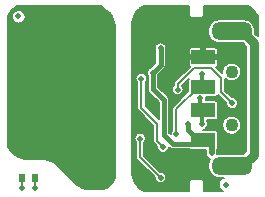
<source format=gbl>
G04 #@! TF.GenerationSoftware,KiCad,Pcbnew,(5.0.1)-4*
G04 #@! TF.CreationDate,2019-01-04T14:17:08+01:00*
G04 #@! TF.ProjectId,nk-u2f,6E6B2D7532662E6B696361645F706362,R8*
G04 #@! TF.SameCoordinates,PX6e8e008PY57c9250*
G04 #@! TF.FileFunction,Copper,L2,Bot,Signal*
G04 #@! TF.FilePolarity,Positive*
%FSLAX46Y46*%
G04 Gerber Fmt 4.6, Leading zero omitted, Abs format (unit mm)*
G04 Created by KiCad (PCBNEW (5.0.1)-4) date 04.01.2019 14:17:08*
%MOMM*%
%LPD*%
G01*
G04 APERTURE LIST*
G04 #@! TA.AperFunction,Conductor*
%ADD10O,8.000000X8.000000*%
G04 #@! TD*
G04 #@! TA.AperFunction,BGAPad,CuDef*
%ADD11C,0.500000*%
G04 #@! TD*
G04 #@! TA.AperFunction,ComponentPad*
%ADD12C,1.099820*%
G04 #@! TD*
G04 #@! TA.AperFunction,SMDPad,CuDef*
%ADD13R,1.998980X1.198880*%
G04 #@! TD*
G04 #@! TA.AperFunction,ComponentPad*
%ADD14O,3.500120X1.501140*%
G04 #@! TD*
G04 #@! TA.AperFunction,SMDPad,CuDef*
%ADD15R,0.600000X0.700000*%
G04 #@! TD*
G04 #@! TA.AperFunction,ViaPad*
%ADD16C,0.500000*%
G04 #@! TD*
G04 #@! TA.AperFunction,Conductor*
%ADD17C,0.150000*%
G04 #@! TD*
G04 #@! TA.AperFunction,Conductor*
%ADD18C,0.500000*%
G04 #@! TD*
G04 #@! TA.AperFunction,Conductor*
%ADD19C,0.400000*%
G04 #@! TD*
G04 #@! TA.AperFunction,Conductor*
%ADD20C,0.200000*%
G04 #@! TD*
G04 #@! TA.AperFunction,Conductor*
%ADD21C,0.300000*%
G04 #@! TD*
G04 #@! TA.AperFunction,Conductor*
%ADD22C,0.800000*%
G04 #@! TD*
G04 #@! TA.AperFunction,Conductor*
%ADD23C,0.254000*%
G04 #@! TD*
G04 APERTURE END LIST*
D10*
G04 #@! TO.N,Net-(P1-Pad1)*
G04 #@! TO.C,P1*
X4050000Y-8140000D03*
G04 #@! TD*
D11*
G04 #@! TO.P,REF\002A\002A,~*
G04 #@! TO.N,N/C*
X17575000Y-14250000D03*
G04 #@! TD*
G04 #@! TO.P,REF\002A\002A,~*
G04 #@! TO.N,N/C*
X0Y0D03*
G04 #@! TD*
D12*
G04 #@! TO.P,J1,8*
G04 #@! TO.N,N/C*
X18074600Y-4712050D03*
G04 #@! TO.P,J1,7*
X18074600Y-9212930D03*
D13*
G04 #@! TO.P,J1,4*
G04 #@! TO.N,/GND*
X15674020Y-3462370D03*
G04 #@! TO.P,J1,1*
G04 #@! TO.N,/+5V*
X15674020Y-10462610D03*
G04 #@! TO.P,J1,3*
G04 #@! TO.N,/HD+*
X15674020Y-5946490D03*
G04 #@! TO.P,J1,2*
G04 #@! TO.N,/HD-*
X15674020Y-7963250D03*
D14*
G04 #@! TO.P,J1,6*
G04 #@! TO.N,Net-(C5-Pad1)*
X18074600Y-12662250D03*
G04 #@! TO.P,J1,5*
X18074600Y-1262730D03*
G04 #@! TD*
D15*
G04 #@! TO.P,D1,2*
G04 #@! TO.N,Net-(D1-Pad2)*
X1441600Y-13690300D03*
G04 #@! TO.P,D1,1*
G04 #@! TO.N,/LED*
X341600Y-13690300D03*
G04 #@! TD*
D16*
G04 #@! TO.N,/+5V*
X11404200Y-4800000D03*
X16375000Y-11600000D03*
X12054200Y-2700000D03*
X14404200Y-9100000D03*
G04 #@! TO.N,/C2D*
X13504200Y-6200000D03*
X18104192Y-7350000D03*
G04 #@! TO.N,/HD+*
X15575000Y-4900010D03*
X13404200Y-10000000D03*
G04 #@! TO.N,/HD-*
X15410210Y-6950000D03*
X15554214Y-9124998D03*
G04 #@! TO.N,/Button*
X12054182Y-13650000D03*
X10340000Y-10349996D03*
G04 #@! TO.N,Net-(P1-Pad1)*
X7550000Y-11700000D03*
G04 #@! TO.N,Net-(D1-Pad2)*
X1441600Y-14500000D03*
G04 #@! TO.N,/LED*
X341600Y-14500000D03*
G04 #@! TO.N,/GND*
X16854200Y-2500000D03*
X11200000Y-10200000D03*
X14091760Y-4049988D03*
X11654200Y100000D03*
X15054200Y-500000D03*
X12104200Y-5300000D03*
X17054200Y-9600000D03*
X14204200Y-6200000D03*
X9884200Y-5840000D03*
X12010000Y-12700000D03*
X15200000Y-12950000D03*
G04 #@! TO.N,/Button_reset*
X10434200Y-5280000D03*
X12254218Y-11050022D03*
G04 #@! TD*
D17*
G04 #@! TO.N,/+5V*
X16454200Y-11600000D02*
X16454200Y-11600000D01*
X15674020Y-10462610D02*
X16216810Y-10462610D01*
X16216810Y-10462610D02*
X16454200Y-10700000D01*
X16116810Y-10462610D02*
X15674020Y-10462610D01*
D18*
X16375000Y-11600000D02*
X16375000Y-10720800D01*
D17*
X16375000Y-10720800D02*
X16116810Y-10462610D01*
D19*
X12054200Y-2700000D02*
X12054200Y-4050000D01*
X12054200Y-4150000D02*
X11404200Y-4800000D01*
D17*
X12054200Y-4050000D02*
X12054200Y-4150000D01*
D19*
X14404200Y-9100000D02*
X14404200Y-9600000D01*
D17*
X15273970Y-10462610D02*
X15674020Y-10462610D01*
D19*
X14411360Y-9600000D02*
X15273970Y-10462610D01*
D17*
X14404200Y-9600000D02*
X14411360Y-9600000D01*
D19*
X15304200Y-10800000D02*
X13117385Y-10800000D01*
D17*
X15674020Y-10462610D02*
X15641590Y-10462610D01*
X15641590Y-10462610D02*
X15304200Y-10800000D01*
X13117385Y-10800000D02*
X13104200Y-10800000D01*
D19*
X11404200Y-6150000D02*
X11404200Y-4800000D01*
X12354200Y-7100000D02*
X11404200Y-6150000D01*
X12354200Y-10054200D02*
X12354200Y-7100000D01*
X13104200Y-10800000D02*
X13100000Y-10800000D01*
X13100000Y-10800000D02*
X12354200Y-10054200D01*
D20*
G04 #@! TO.N,/C2D*
X17204200Y-6450008D02*
X18104192Y-7350000D01*
X17204200Y-5250000D02*
X17204200Y-6450008D01*
X16354200Y-4400000D02*
X17204200Y-5250000D01*
X14854200Y-4400000D02*
X16354200Y-4400000D01*
X13504200Y-6200000D02*
X13504200Y-5750000D01*
X13504200Y-5750000D02*
X14854200Y-4400000D01*
D17*
G04 #@! TO.N,/HD+*
X15500000Y-5772470D02*
X15674020Y-5946490D01*
X15554360Y-5826830D02*
X15674020Y-5946490D01*
D21*
X15754200Y-5626990D02*
X15554360Y-5826830D01*
D17*
X15575000Y-5847470D02*
X15674020Y-5946490D01*
D21*
X15575000Y-5847470D02*
X15575000Y-4900010D01*
D20*
X13404200Y-9646447D02*
X13404200Y-10000000D01*
X13404200Y-7816260D02*
X13404200Y-9646447D01*
X15273970Y-5946490D02*
X13404200Y-7816260D01*
D17*
X15674020Y-5946490D02*
X15273970Y-5946490D01*
D21*
G04 #@! TO.N,/HD-*
X15500000Y-7789230D02*
X15674020Y-7963250D01*
D17*
X15810002Y-8099232D02*
X15674020Y-7963250D01*
X15410210Y-6950000D02*
X15410210Y-6950000D01*
D21*
X15410210Y-7699440D02*
X15410210Y-6950000D01*
X15674020Y-7963250D02*
X15410210Y-7699440D01*
X15554214Y-9124998D02*
X15554214Y-7963250D01*
D20*
G04 #@! TO.N,/Button*
X10340000Y-10703549D02*
X10340000Y-10349996D01*
X12054182Y-13650000D02*
X10340000Y-11935818D01*
X10340000Y-11935818D02*
X10340000Y-10703549D01*
G04 #@! TO.N,Net-(D1-Pad2)*
X1441600Y-13690300D02*
X1441600Y-14500000D01*
G04 #@! TO.N,/LED*
X341600Y-13690300D02*
X341600Y-14500000D01*
D17*
X341600Y-14500000D02*
X341600Y-14500000D01*
G04 #@! TO.N,/GND*
X15674020Y-3462370D02*
X15891830Y-3462370D01*
D20*
G04 #@! TO.N,/Button_reset*
X10434200Y-5633553D02*
X10434200Y-5280000D01*
X10434200Y-7740000D02*
X10434200Y-5633553D01*
X11794200Y-9100000D02*
X10434200Y-7740000D01*
X12254218Y-11050022D02*
X11794200Y-10590004D01*
X11794200Y-10590004D02*
X11794200Y-9100000D01*
D17*
G04 #@! TO.N,Net-(C5-Pad1)*
X18991950Y-12662250D02*
X18074600Y-12662250D01*
D22*
X19954200Y-11700000D02*
X18991950Y-12662250D01*
X19954200Y-2300000D02*
X19954200Y-11700000D01*
D17*
X18074600Y-1262730D02*
X18916930Y-1262730D01*
D22*
X18916930Y-1262730D02*
X19954200Y-2300000D01*
G04 #@! TD*
D20*
G04 #@! TO.N,/GND*
G36*
X14425470Y164713D02*
X14424021Y150000D01*
X14429804Y91282D01*
X14446932Y34820D01*
X14474745Y-17215D01*
X14512176Y-62824D01*
X14557785Y-100255D01*
X14609820Y-128068D01*
X14666282Y-145196D01*
X14725000Y-150979D01*
X14739712Y-149530D01*
X15410288Y-149530D01*
X15425000Y-150979D01*
X15439712Y-149530D01*
X15483718Y-145196D01*
X15540180Y-128068D01*
X15592215Y-100255D01*
X15637824Y-62824D01*
X15675255Y-17215D01*
X15703068Y34820D01*
X15720196Y91282D01*
X15725979Y150000D01*
X15724530Y164712D01*
X15724530Y875470D01*
X19408332Y875470D01*
X19591248Y775932D01*
X19808871Y613409D01*
X20001097Y421508D01*
X20163986Y204164D01*
X20275071Y851D01*
X20275071Y-1701632D01*
X20053696Y-1480257D01*
X20060182Y-1458876D01*
X20079501Y-1262730D01*
X20060182Y-1066584D01*
X20002969Y-877976D01*
X19910059Y-704154D01*
X19785023Y-551797D01*
X19632666Y-426761D01*
X19458844Y-333851D01*
X19270236Y-276638D01*
X19123241Y-262160D01*
X17025959Y-262160D01*
X16878964Y-276638D01*
X16690356Y-333851D01*
X16516534Y-426761D01*
X16364177Y-551797D01*
X16239141Y-704154D01*
X16146231Y-877976D01*
X16089018Y-1066584D01*
X16069699Y-1262730D01*
X16089018Y-1458876D01*
X16146231Y-1647484D01*
X16239141Y-1821306D01*
X16364177Y-1973663D01*
X16516534Y-2098699D01*
X16690356Y-2191609D01*
X16878964Y-2248822D01*
X17025959Y-2263300D01*
X18998261Y-2263300D01*
X19304200Y-2569239D01*
X19304201Y-11430760D01*
X19073281Y-11661680D01*
X17025959Y-11661680D01*
X16878964Y-11676158D01*
X16869639Y-11678987D01*
X16870184Y-11673458D01*
X16875000Y-11649246D01*
X16875000Y-11210610D01*
X16882383Y-11201614D01*
X16905597Y-11158184D01*
X16919892Y-11111058D01*
X16924719Y-11062050D01*
X16924719Y-9863170D01*
X16919892Y-9814162D01*
X16905597Y-9767036D01*
X16882383Y-9723606D01*
X16851142Y-9685538D01*
X16813074Y-9654297D01*
X16769644Y-9631083D01*
X16722518Y-9616788D01*
X16673510Y-9611961D01*
X15669001Y-9611961D01*
X15700059Y-9605783D01*
X15791053Y-9568092D01*
X15872945Y-9513373D01*
X15942589Y-9443729D01*
X15997308Y-9361837D01*
X16034999Y-9270843D01*
X16054214Y-9174244D01*
X16054214Y-9134146D01*
X17274690Y-9134146D01*
X17274690Y-9291714D01*
X17305430Y-9446255D01*
X17365729Y-9591829D01*
X17453270Y-9722843D01*
X17564687Y-9834260D01*
X17695701Y-9921801D01*
X17841275Y-9982100D01*
X17995816Y-10012840D01*
X18153384Y-10012840D01*
X18307925Y-9982100D01*
X18453499Y-9921801D01*
X18584513Y-9834260D01*
X18695930Y-9722843D01*
X18783471Y-9591829D01*
X18843770Y-9446255D01*
X18874510Y-9291714D01*
X18874510Y-9134146D01*
X18843770Y-8979605D01*
X18783471Y-8834031D01*
X18695930Y-8703017D01*
X18584513Y-8591600D01*
X18453499Y-8504059D01*
X18307925Y-8443760D01*
X18153384Y-8413020D01*
X17995816Y-8413020D01*
X17841275Y-8443760D01*
X17695701Y-8504059D01*
X17564687Y-8591600D01*
X17453270Y-8703017D01*
X17365729Y-8834031D01*
X17305430Y-8979605D01*
X17274690Y-9134146D01*
X16054214Y-9134146D01*
X16054214Y-9075752D01*
X16034999Y-8979153D01*
X15997308Y-8888159D01*
X15954214Y-8823665D01*
X15954214Y-8813899D01*
X16673510Y-8813899D01*
X16722518Y-8809072D01*
X16769644Y-8794777D01*
X16813074Y-8771563D01*
X16851142Y-8740322D01*
X16882383Y-8702254D01*
X16905597Y-8658824D01*
X16919892Y-8611698D01*
X16924719Y-8562690D01*
X16924719Y-7363810D01*
X16919892Y-7314802D01*
X16905597Y-7267676D01*
X16882383Y-7224246D01*
X16851142Y-7186178D01*
X16813074Y-7154937D01*
X16769644Y-7131723D01*
X16722518Y-7117428D01*
X16673510Y-7112601D01*
X15884054Y-7112601D01*
X15890995Y-7095845D01*
X15910210Y-6999246D01*
X15910210Y-6900754D01*
X15890995Y-6804155D01*
X15888089Y-6797139D01*
X16673510Y-6797139D01*
X16722518Y-6792312D01*
X16769644Y-6778017D01*
X16813074Y-6754803D01*
X16851142Y-6723562D01*
X16882383Y-6685494D01*
X16905597Y-6642064D01*
X16907190Y-6636813D01*
X16911779Y-6645398D01*
X16955516Y-6698693D01*
X16968876Y-6709657D01*
X17604192Y-7344974D01*
X17604192Y-7399246D01*
X17623407Y-7495845D01*
X17661098Y-7586839D01*
X17715817Y-7668731D01*
X17785461Y-7738375D01*
X17867353Y-7793094D01*
X17958347Y-7830785D01*
X18054946Y-7850000D01*
X18153438Y-7850000D01*
X18250037Y-7830785D01*
X18341031Y-7793094D01*
X18422923Y-7738375D01*
X18492567Y-7668731D01*
X18547286Y-7586839D01*
X18584977Y-7495845D01*
X18604192Y-7399246D01*
X18604192Y-7300754D01*
X18584977Y-7204155D01*
X18547286Y-7113161D01*
X18492567Y-7031269D01*
X18422923Y-6961625D01*
X18341031Y-6906906D01*
X18250037Y-6869215D01*
X18153438Y-6850000D01*
X18099166Y-6850000D01*
X17554200Y-6305035D01*
X17554200Y-5322893D01*
X17564687Y-5333380D01*
X17695701Y-5420921D01*
X17841275Y-5481220D01*
X17995816Y-5511960D01*
X18153384Y-5511960D01*
X18307925Y-5481220D01*
X18453499Y-5420921D01*
X18584513Y-5333380D01*
X18695930Y-5221963D01*
X18783471Y-5090949D01*
X18843770Y-4945375D01*
X18874510Y-4790834D01*
X18874510Y-4633266D01*
X18843770Y-4478725D01*
X18783471Y-4333151D01*
X18695930Y-4202137D01*
X18584513Y-4090720D01*
X18453499Y-4003179D01*
X18307925Y-3942880D01*
X18153384Y-3912140D01*
X17995816Y-3912140D01*
X17841275Y-3942880D01*
X17695701Y-4003179D01*
X17564687Y-4090720D01*
X17453270Y-4202137D01*
X17365729Y-4333151D01*
X17305430Y-4478725D01*
X17274690Y-4633266D01*
X17274690Y-4790834D01*
X17283301Y-4834127D01*
X16749928Y-4300755D01*
X16791930Y-4283357D01*
X16832876Y-4255998D01*
X16867698Y-4221176D01*
X16895057Y-4180229D01*
X16913903Y-4134732D01*
X16923510Y-4086433D01*
X16923510Y-3674870D01*
X16861010Y-3612370D01*
X15824020Y-3612370D01*
X15824020Y-3632370D01*
X15524020Y-3632370D01*
X15524020Y-3612370D01*
X14487030Y-3612370D01*
X14424530Y-3674870D01*
X14424530Y-4086433D01*
X14434137Y-4134732D01*
X14452983Y-4180229D01*
X14480342Y-4221176D01*
X14509196Y-4250030D01*
X13268876Y-5490351D01*
X13255516Y-5501315D01*
X13211779Y-5554610D01*
X13190299Y-5594797D01*
X13179279Y-5615413D01*
X13159265Y-5681389D01*
X13152507Y-5750000D01*
X13154200Y-5767188D01*
X13154200Y-5842894D01*
X13115825Y-5881269D01*
X13061106Y-5963161D01*
X13023415Y-6054155D01*
X13004200Y-6150754D01*
X13004200Y-6249246D01*
X13023415Y-6345845D01*
X13061106Y-6436839D01*
X13115825Y-6518731D01*
X13185469Y-6588375D01*
X13267361Y-6643094D01*
X13358355Y-6680785D01*
X13454954Y-6700000D01*
X13553446Y-6700000D01*
X13650045Y-6680785D01*
X13741039Y-6643094D01*
X13822931Y-6588375D01*
X13892575Y-6518731D01*
X13947294Y-6436839D01*
X13984985Y-6345845D01*
X14004200Y-6249246D01*
X14004200Y-6150754D01*
X13984985Y-6054155D01*
X13947294Y-5963161D01*
X13892575Y-5881269D01*
X13880240Y-5868934D01*
X14425637Y-5323537D01*
X14423321Y-5347050D01*
X14423321Y-6302165D01*
X13168876Y-7556611D01*
X13155515Y-7567576D01*
X13111778Y-7620871D01*
X13079278Y-7681674D01*
X13063912Y-7732329D01*
X13059265Y-7747649D01*
X13052507Y-7816260D01*
X13054200Y-7833448D01*
X13054201Y-9629249D01*
X13054200Y-9629259D01*
X13054200Y-9642894D01*
X13015825Y-9681269D01*
X12961106Y-9763161D01*
X12923415Y-9854155D01*
X12904200Y-9950754D01*
X12904200Y-9967805D01*
X12804200Y-9867805D01*
X12804200Y-7122094D01*
X12806376Y-7100000D01*
X12804200Y-7077905D01*
X12804200Y-7077895D01*
X12797689Y-7011785D01*
X12771957Y-6926959D01*
X12741092Y-6869215D01*
X12730171Y-6848783D01*
X12688028Y-6797432D01*
X12688024Y-6797428D01*
X12673937Y-6780263D01*
X12656772Y-6766176D01*
X11854200Y-5963605D01*
X11854200Y-5020166D01*
X11878080Y-4962515D01*
X12388028Y-4452568D01*
X12430171Y-4401217D01*
X12471957Y-4323041D01*
X12497688Y-4238215D01*
X12506376Y-4150000D01*
X12501452Y-4100005D01*
X12504200Y-4072105D01*
X12504200Y-2920166D01*
X12534985Y-2845845D01*
X12536484Y-2838307D01*
X14424530Y-2838307D01*
X14424530Y-3249870D01*
X14487030Y-3312370D01*
X15524020Y-3312370D01*
X15524020Y-2675430D01*
X15824020Y-2675430D01*
X15824020Y-3312370D01*
X16861010Y-3312370D01*
X16923510Y-3249870D01*
X16923510Y-2838307D01*
X16913903Y-2790008D01*
X16895057Y-2744511D01*
X16867698Y-2703564D01*
X16832876Y-2668742D01*
X16791930Y-2641383D01*
X16746432Y-2622537D01*
X16698133Y-2612930D01*
X15886520Y-2612930D01*
X15824020Y-2675430D01*
X15524020Y-2675430D01*
X15461520Y-2612930D01*
X14649907Y-2612930D01*
X14601608Y-2622537D01*
X14556110Y-2641383D01*
X14515164Y-2668742D01*
X14480342Y-2703564D01*
X14452983Y-2744511D01*
X14434137Y-2790008D01*
X14424530Y-2838307D01*
X12536484Y-2838307D01*
X12554200Y-2749246D01*
X12554200Y-2650754D01*
X12534985Y-2554155D01*
X12497294Y-2463161D01*
X12442575Y-2381269D01*
X12372931Y-2311625D01*
X12291039Y-2256906D01*
X12200045Y-2219215D01*
X12103446Y-2200000D01*
X12004954Y-2200000D01*
X11908355Y-2219215D01*
X11817361Y-2256906D01*
X11735469Y-2311625D01*
X11665825Y-2381269D01*
X11611106Y-2463161D01*
X11573415Y-2554155D01*
X11554200Y-2650754D01*
X11554200Y-2749246D01*
X11573415Y-2845845D01*
X11604200Y-2920167D01*
X11604201Y-3963603D01*
X11241685Y-4326120D01*
X11167361Y-4356906D01*
X11085469Y-4411625D01*
X11015825Y-4481269D01*
X10961106Y-4563161D01*
X10923415Y-4654155D01*
X10904200Y-4750754D01*
X10904200Y-4849246D01*
X10923415Y-4945845D01*
X10954201Y-5020168D01*
X10954200Y-6127905D01*
X10952024Y-6150000D01*
X10954200Y-6172094D01*
X10954200Y-6172104D01*
X10960711Y-6238214D01*
X10971282Y-6273061D01*
X10986443Y-6323040D01*
X11028229Y-6401216D01*
X11067185Y-6448684D01*
X11084463Y-6469737D01*
X11101634Y-6483829D01*
X11904201Y-7286397D01*
X11904200Y-8715026D01*
X10784200Y-7595027D01*
X10784200Y-5637106D01*
X10822575Y-5598731D01*
X10877294Y-5516839D01*
X10914985Y-5425845D01*
X10934200Y-5329246D01*
X10934200Y-5230754D01*
X10914985Y-5134155D01*
X10877294Y-5043161D01*
X10822575Y-4961269D01*
X10752931Y-4891625D01*
X10671039Y-4836906D01*
X10580045Y-4799215D01*
X10483446Y-4780000D01*
X10384954Y-4780000D01*
X10288355Y-4799215D01*
X10197361Y-4836906D01*
X10115469Y-4891625D01*
X10045825Y-4961269D01*
X9991106Y-5043161D01*
X9953415Y-5134155D01*
X9934200Y-5230754D01*
X9934200Y-5329246D01*
X9953415Y-5425845D01*
X9991106Y-5516839D01*
X10045825Y-5598731D01*
X10084200Y-5637106D01*
X10084200Y-5650741D01*
X10084201Y-5650751D01*
X10084200Y-7722812D01*
X10082507Y-7740000D01*
X10084200Y-7757188D01*
X10089265Y-7808611D01*
X10109278Y-7874586D01*
X10141778Y-7935389D01*
X10185515Y-7988684D01*
X10198876Y-7999649D01*
X11444201Y-9244976D01*
X11444200Y-10572815D01*
X11442507Y-10590004D01*
X11444200Y-10607192D01*
X11449265Y-10658615D01*
X11469278Y-10724590D01*
X11501778Y-10785393D01*
X11545515Y-10838688D01*
X11558876Y-10849653D01*
X11754218Y-11044996D01*
X11754218Y-11099268D01*
X11773433Y-11195867D01*
X11811124Y-11286861D01*
X11865843Y-11368753D01*
X11935487Y-11438397D01*
X12017379Y-11493116D01*
X12108373Y-11530807D01*
X12204972Y-11550022D01*
X12303464Y-11550022D01*
X12400063Y-11530807D01*
X12491057Y-11493116D01*
X12572949Y-11438397D01*
X12642593Y-11368753D01*
X12697312Y-11286861D01*
X12735003Y-11195867D01*
X12754218Y-11099268D01*
X12754218Y-11090614D01*
X12766176Y-11102572D01*
X12780263Y-11119737D01*
X12797428Y-11133824D01*
X12797432Y-11133828D01*
X12848783Y-11175971D01*
X12864944Y-11184609D01*
X12926959Y-11217757D01*
X13011785Y-11243489D01*
X13077895Y-11250000D01*
X13077907Y-11250000D01*
X13099999Y-11252176D01*
X13122091Y-11250000D01*
X14509471Y-11250000D01*
X14534966Y-11270923D01*
X14578396Y-11294137D01*
X14625522Y-11308432D01*
X14674530Y-11313259D01*
X15875000Y-11313259D01*
X15875000Y-11649246D01*
X15879816Y-11673459D01*
X15882235Y-11698016D01*
X15889399Y-11721631D01*
X15894215Y-11745845D01*
X15903662Y-11768651D01*
X15910825Y-11792266D01*
X15922459Y-11814031D01*
X15931906Y-11836839D01*
X15945620Y-11857363D01*
X15957254Y-11879129D01*
X15972913Y-11898209D01*
X15986625Y-11918731D01*
X16004075Y-11936181D01*
X16019736Y-11955264D01*
X16038819Y-11970925D01*
X16056269Y-11988375D01*
X16076791Y-12002087D01*
X16095871Y-12017746D01*
X16117638Y-12029381D01*
X16138161Y-12043094D01*
X16160965Y-12052540D01*
X16182733Y-12064175D01*
X16206352Y-12071340D01*
X16229155Y-12080785D01*
X16253366Y-12085601D01*
X16253852Y-12085748D01*
X16239141Y-12103674D01*
X16146231Y-12277496D01*
X16089018Y-12466104D01*
X16069699Y-12662250D01*
X16089018Y-12858396D01*
X16146231Y-13047004D01*
X16239141Y-13220826D01*
X16364177Y-13373183D01*
X16516534Y-13498219D01*
X16690356Y-13591129D01*
X16878964Y-13648342D01*
X17025959Y-13662820D01*
X17451455Y-13662820D01*
X17399986Y-13673058D01*
X17290793Y-13718287D01*
X17192522Y-13783950D01*
X17108950Y-13867522D01*
X17043287Y-13965793D01*
X16998058Y-14074986D01*
X16975000Y-14190905D01*
X16975000Y-14309095D01*
X16998058Y-14425014D01*
X17043287Y-14534207D01*
X17108950Y-14632478D01*
X17192522Y-14716050D01*
X17290793Y-14781713D01*
X17336077Y-14800470D01*
X15724530Y-14800470D01*
X15724530Y-14064712D01*
X15725979Y-14050000D01*
X15720196Y-13991282D01*
X15703068Y-13934820D01*
X15675255Y-13882785D01*
X15637824Y-13837176D01*
X15592215Y-13799745D01*
X15540180Y-13771932D01*
X15483718Y-13754804D01*
X15439712Y-13750470D01*
X15425000Y-13749021D01*
X15410288Y-13750470D01*
X14739712Y-13750470D01*
X14725000Y-13749021D01*
X14710288Y-13750470D01*
X14666282Y-13754804D01*
X14609820Y-13771932D01*
X14557785Y-13799745D01*
X14512176Y-13837176D01*
X14474745Y-13882785D01*
X14446932Y-13934820D01*
X14429804Y-13991282D01*
X14424021Y-14050000D01*
X14425470Y-14064713D01*
X14425471Y-14800470D01*
X10715711Y-14800470D01*
X10711122Y-14798727D01*
X10475082Y-14668222D01*
X10259896Y-14505598D01*
X10069913Y-14314142D01*
X9908951Y-14097702D01*
X9780272Y-13860661D01*
X9686457Y-13607779D01*
X9629401Y-13344160D01*
X9610000Y-13071558D01*
X9610000Y-10300750D01*
X9840000Y-10300750D01*
X9840000Y-10399242D01*
X9859215Y-10495841D01*
X9896906Y-10586835D01*
X9951625Y-10668727D01*
X9990000Y-10707102D01*
X9990000Y-10720737D01*
X9990001Y-10720747D01*
X9990000Y-11918629D01*
X9988307Y-11935818D01*
X9990000Y-11953006D01*
X9995065Y-12004429D01*
X10015078Y-12070404D01*
X10047578Y-12131207D01*
X10091315Y-12184502D01*
X10104676Y-12195467D01*
X11554182Y-13644975D01*
X11554182Y-13699246D01*
X11573397Y-13795845D01*
X11611088Y-13886839D01*
X11665807Y-13968731D01*
X11735451Y-14038375D01*
X11817343Y-14093094D01*
X11908337Y-14130785D01*
X12004936Y-14150000D01*
X12103428Y-14150000D01*
X12200027Y-14130785D01*
X12291021Y-14093094D01*
X12372913Y-14038375D01*
X12442557Y-13968731D01*
X12497276Y-13886839D01*
X12534967Y-13795845D01*
X12554182Y-13699246D01*
X12554182Y-13600754D01*
X12534967Y-13504155D01*
X12497276Y-13413161D01*
X12442557Y-13331269D01*
X12372913Y-13261625D01*
X12291021Y-13206906D01*
X12200027Y-13169215D01*
X12103428Y-13150000D01*
X12049157Y-13150000D01*
X10690000Y-11790845D01*
X10690000Y-10707102D01*
X10728375Y-10668727D01*
X10783094Y-10586835D01*
X10820785Y-10495841D01*
X10840000Y-10399242D01*
X10840000Y-10300750D01*
X10820785Y-10204151D01*
X10783094Y-10113157D01*
X10728375Y-10031265D01*
X10658731Y-9961621D01*
X10576839Y-9906902D01*
X10485845Y-9869211D01*
X10389246Y-9849996D01*
X10290754Y-9849996D01*
X10194155Y-9869211D01*
X10103161Y-9906902D01*
X10021269Y-9961621D01*
X9951625Y-10031265D01*
X9896906Y-10113157D01*
X9859215Y-10204151D01*
X9840000Y-10300750D01*
X9610000Y-10300750D01*
X9610000Y-828083D01*
X9629645Y-553777D01*
X9687416Y-288576D01*
X9782387Y-34323D01*
X9912626Y203812D01*
X10075463Y420943D01*
X10267592Y612666D01*
X10485076Y775048D01*
X10669616Y875470D01*
X14425471Y875470D01*
X14425470Y164713D01*
X14425470Y164713D01*
G37*
X14425470Y164713D02*
X14424021Y150000D01*
X14429804Y91282D01*
X14446932Y34820D01*
X14474745Y-17215D01*
X14512176Y-62824D01*
X14557785Y-100255D01*
X14609820Y-128068D01*
X14666282Y-145196D01*
X14725000Y-150979D01*
X14739712Y-149530D01*
X15410288Y-149530D01*
X15425000Y-150979D01*
X15439712Y-149530D01*
X15483718Y-145196D01*
X15540180Y-128068D01*
X15592215Y-100255D01*
X15637824Y-62824D01*
X15675255Y-17215D01*
X15703068Y34820D01*
X15720196Y91282D01*
X15725979Y150000D01*
X15724530Y164712D01*
X15724530Y875470D01*
X19408332Y875470D01*
X19591248Y775932D01*
X19808871Y613409D01*
X20001097Y421508D01*
X20163986Y204164D01*
X20275071Y851D01*
X20275071Y-1701632D01*
X20053696Y-1480257D01*
X20060182Y-1458876D01*
X20079501Y-1262730D01*
X20060182Y-1066584D01*
X20002969Y-877976D01*
X19910059Y-704154D01*
X19785023Y-551797D01*
X19632666Y-426761D01*
X19458844Y-333851D01*
X19270236Y-276638D01*
X19123241Y-262160D01*
X17025959Y-262160D01*
X16878964Y-276638D01*
X16690356Y-333851D01*
X16516534Y-426761D01*
X16364177Y-551797D01*
X16239141Y-704154D01*
X16146231Y-877976D01*
X16089018Y-1066584D01*
X16069699Y-1262730D01*
X16089018Y-1458876D01*
X16146231Y-1647484D01*
X16239141Y-1821306D01*
X16364177Y-1973663D01*
X16516534Y-2098699D01*
X16690356Y-2191609D01*
X16878964Y-2248822D01*
X17025959Y-2263300D01*
X18998261Y-2263300D01*
X19304200Y-2569239D01*
X19304201Y-11430760D01*
X19073281Y-11661680D01*
X17025959Y-11661680D01*
X16878964Y-11676158D01*
X16869639Y-11678987D01*
X16870184Y-11673458D01*
X16875000Y-11649246D01*
X16875000Y-11210610D01*
X16882383Y-11201614D01*
X16905597Y-11158184D01*
X16919892Y-11111058D01*
X16924719Y-11062050D01*
X16924719Y-9863170D01*
X16919892Y-9814162D01*
X16905597Y-9767036D01*
X16882383Y-9723606D01*
X16851142Y-9685538D01*
X16813074Y-9654297D01*
X16769644Y-9631083D01*
X16722518Y-9616788D01*
X16673510Y-9611961D01*
X15669001Y-9611961D01*
X15700059Y-9605783D01*
X15791053Y-9568092D01*
X15872945Y-9513373D01*
X15942589Y-9443729D01*
X15997308Y-9361837D01*
X16034999Y-9270843D01*
X16054214Y-9174244D01*
X16054214Y-9134146D01*
X17274690Y-9134146D01*
X17274690Y-9291714D01*
X17305430Y-9446255D01*
X17365729Y-9591829D01*
X17453270Y-9722843D01*
X17564687Y-9834260D01*
X17695701Y-9921801D01*
X17841275Y-9982100D01*
X17995816Y-10012840D01*
X18153384Y-10012840D01*
X18307925Y-9982100D01*
X18453499Y-9921801D01*
X18584513Y-9834260D01*
X18695930Y-9722843D01*
X18783471Y-9591829D01*
X18843770Y-9446255D01*
X18874510Y-9291714D01*
X18874510Y-9134146D01*
X18843770Y-8979605D01*
X18783471Y-8834031D01*
X18695930Y-8703017D01*
X18584513Y-8591600D01*
X18453499Y-8504059D01*
X18307925Y-8443760D01*
X18153384Y-8413020D01*
X17995816Y-8413020D01*
X17841275Y-8443760D01*
X17695701Y-8504059D01*
X17564687Y-8591600D01*
X17453270Y-8703017D01*
X17365729Y-8834031D01*
X17305430Y-8979605D01*
X17274690Y-9134146D01*
X16054214Y-9134146D01*
X16054214Y-9075752D01*
X16034999Y-8979153D01*
X15997308Y-8888159D01*
X15954214Y-8823665D01*
X15954214Y-8813899D01*
X16673510Y-8813899D01*
X16722518Y-8809072D01*
X16769644Y-8794777D01*
X16813074Y-8771563D01*
X16851142Y-8740322D01*
X16882383Y-8702254D01*
X16905597Y-8658824D01*
X16919892Y-8611698D01*
X16924719Y-8562690D01*
X16924719Y-7363810D01*
X16919892Y-7314802D01*
X16905597Y-7267676D01*
X16882383Y-7224246D01*
X16851142Y-7186178D01*
X16813074Y-7154937D01*
X16769644Y-7131723D01*
X16722518Y-7117428D01*
X16673510Y-7112601D01*
X15884054Y-7112601D01*
X15890995Y-7095845D01*
X15910210Y-6999246D01*
X15910210Y-6900754D01*
X15890995Y-6804155D01*
X15888089Y-6797139D01*
X16673510Y-6797139D01*
X16722518Y-6792312D01*
X16769644Y-6778017D01*
X16813074Y-6754803D01*
X16851142Y-6723562D01*
X16882383Y-6685494D01*
X16905597Y-6642064D01*
X16907190Y-6636813D01*
X16911779Y-6645398D01*
X16955516Y-6698693D01*
X16968876Y-6709657D01*
X17604192Y-7344974D01*
X17604192Y-7399246D01*
X17623407Y-7495845D01*
X17661098Y-7586839D01*
X17715817Y-7668731D01*
X17785461Y-7738375D01*
X17867353Y-7793094D01*
X17958347Y-7830785D01*
X18054946Y-7850000D01*
X18153438Y-7850000D01*
X18250037Y-7830785D01*
X18341031Y-7793094D01*
X18422923Y-7738375D01*
X18492567Y-7668731D01*
X18547286Y-7586839D01*
X18584977Y-7495845D01*
X18604192Y-7399246D01*
X18604192Y-7300754D01*
X18584977Y-7204155D01*
X18547286Y-7113161D01*
X18492567Y-7031269D01*
X18422923Y-6961625D01*
X18341031Y-6906906D01*
X18250037Y-6869215D01*
X18153438Y-6850000D01*
X18099166Y-6850000D01*
X17554200Y-6305035D01*
X17554200Y-5322893D01*
X17564687Y-5333380D01*
X17695701Y-5420921D01*
X17841275Y-5481220D01*
X17995816Y-5511960D01*
X18153384Y-5511960D01*
X18307925Y-5481220D01*
X18453499Y-5420921D01*
X18584513Y-5333380D01*
X18695930Y-5221963D01*
X18783471Y-5090949D01*
X18843770Y-4945375D01*
X18874510Y-4790834D01*
X18874510Y-4633266D01*
X18843770Y-4478725D01*
X18783471Y-4333151D01*
X18695930Y-4202137D01*
X18584513Y-4090720D01*
X18453499Y-4003179D01*
X18307925Y-3942880D01*
X18153384Y-3912140D01*
X17995816Y-3912140D01*
X17841275Y-3942880D01*
X17695701Y-4003179D01*
X17564687Y-4090720D01*
X17453270Y-4202137D01*
X17365729Y-4333151D01*
X17305430Y-4478725D01*
X17274690Y-4633266D01*
X17274690Y-4790834D01*
X17283301Y-4834127D01*
X16749928Y-4300755D01*
X16791930Y-4283357D01*
X16832876Y-4255998D01*
X16867698Y-4221176D01*
X16895057Y-4180229D01*
X16913903Y-4134732D01*
X16923510Y-4086433D01*
X16923510Y-3674870D01*
X16861010Y-3612370D01*
X15824020Y-3612370D01*
X15824020Y-3632370D01*
X15524020Y-3632370D01*
X15524020Y-3612370D01*
X14487030Y-3612370D01*
X14424530Y-3674870D01*
X14424530Y-4086433D01*
X14434137Y-4134732D01*
X14452983Y-4180229D01*
X14480342Y-4221176D01*
X14509196Y-4250030D01*
X13268876Y-5490351D01*
X13255516Y-5501315D01*
X13211779Y-5554610D01*
X13190299Y-5594797D01*
X13179279Y-5615413D01*
X13159265Y-5681389D01*
X13152507Y-5750000D01*
X13154200Y-5767188D01*
X13154200Y-5842894D01*
X13115825Y-5881269D01*
X13061106Y-5963161D01*
X13023415Y-6054155D01*
X13004200Y-6150754D01*
X13004200Y-6249246D01*
X13023415Y-6345845D01*
X13061106Y-6436839D01*
X13115825Y-6518731D01*
X13185469Y-6588375D01*
X13267361Y-6643094D01*
X13358355Y-6680785D01*
X13454954Y-6700000D01*
X13553446Y-6700000D01*
X13650045Y-6680785D01*
X13741039Y-6643094D01*
X13822931Y-6588375D01*
X13892575Y-6518731D01*
X13947294Y-6436839D01*
X13984985Y-6345845D01*
X14004200Y-6249246D01*
X14004200Y-6150754D01*
X13984985Y-6054155D01*
X13947294Y-5963161D01*
X13892575Y-5881269D01*
X13880240Y-5868934D01*
X14425637Y-5323537D01*
X14423321Y-5347050D01*
X14423321Y-6302165D01*
X13168876Y-7556611D01*
X13155515Y-7567576D01*
X13111778Y-7620871D01*
X13079278Y-7681674D01*
X13063912Y-7732329D01*
X13059265Y-7747649D01*
X13052507Y-7816260D01*
X13054200Y-7833448D01*
X13054201Y-9629249D01*
X13054200Y-9629259D01*
X13054200Y-9642894D01*
X13015825Y-9681269D01*
X12961106Y-9763161D01*
X12923415Y-9854155D01*
X12904200Y-9950754D01*
X12904200Y-9967805D01*
X12804200Y-9867805D01*
X12804200Y-7122094D01*
X12806376Y-7100000D01*
X12804200Y-7077905D01*
X12804200Y-7077895D01*
X12797689Y-7011785D01*
X12771957Y-6926959D01*
X12741092Y-6869215D01*
X12730171Y-6848783D01*
X12688028Y-6797432D01*
X12688024Y-6797428D01*
X12673937Y-6780263D01*
X12656772Y-6766176D01*
X11854200Y-5963605D01*
X11854200Y-5020166D01*
X11878080Y-4962515D01*
X12388028Y-4452568D01*
X12430171Y-4401217D01*
X12471957Y-4323041D01*
X12497688Y-4238215D01*
X12506376Y-4150000D01*
X12501452Y-4100005D01*
X12504200Y-4072105D01*
X12504200Y-2920166D01*
X12534985Y-2845845D01*
X12536484Y-2838307D01*
X14424530Y-2838307D01*
X14424530Y-3249870D01*
X14487030Y-3312370D01*
X15524020Y-3312370D01*
X15524020Y-2675430D01*
X15824020Y-2675430D01*
X15824020Y-3312370D01*
X16861010Y-3312370D01*
X16923510Y-3249870D01*
X16923510Y-2838307D01*
X16913903Y-2790008D01*
X16895057Y-2744511D01*
X16867698Y-2703564D01*
X16832876Y-2668742D01*
X16791930Y-2641383D01*
X16746432Y-2622537D01*
X16698133Y-2612930D01*
X15886520Y-2612930D01*
X15824020Y-2675430D01*
X15524020Y-2675430D01*
X15461520Y-2612930D01*
X14649907Y-2612930D01*
X14601608Y-2622537D01*
X14556110Y-2641383D01*
X14515164Y-2668742D01*
X14480342Y-2703564D01*
X14452983Y-2744511D01*
X14434137Y-2790008D01*
X14424530Y-2838307D01*
X12536484Y-2838307D01*
X12554200Y-2749246D01*
X12554200Y-2650754D01*
X12534985Y-2554155D01*
X12497294Y-2463161D01*
X12442575Y-2381269D01*
X12372931Y-2311625D01*
X12291039Y-2256906D01*
X12200045Y-2219215D01*
X12103446Y-2200000D01*
X12004954Y-2200000D01*
X11908355Y-2219215D01*
X11817361Y-2256906D01*
X11735469Y-2311625D01*
X11665825Y-2381269D01*
X11611106Y-2463161D01*
X11573415Y-2554155D01*
X11554200Y-2650754D01*
X11554200Y-2749246D01*
X11573415Y-2845845D01*
X11604200Y-2920167D01*
X11604201Y-3963603D01*
X11241685Y-4326120D01*
X11167361Y-4356906D01*
X11085469Y-4411625D01*
X11015825Y-4481269D01*
X10961106Y-4563161D01*
X10923415Y-4654155D01*
X10904200Y-4750754D01*
X10904200Y-4849246D01*
X10923415Y-4945845D01*
X10954201Y-5020168D01*
X10954200Y-6127905D01*
X10952024Y-6150000D01*
X10954200Y-6172094D01*
X10954200Y-6172104D01*
X10960711Y-6238214D01*
X10971282Y-6273061D01*
X10986443Y-6323040D01*
X11028229Y-6401216D01*
X11067185Y-6448684D01*
X11084463Y-6469737D01*
X11101634Y-6483829D01*
X11904201Y-7286397D01*
X11904200Y-8715026D01*
X10784200Y-7595027D01*
X10784200Y-5637106D01*
X10822575Y-5598731D01*
X10877294Y-5516839D01*
X10914985Y-5425845D01*
X10934200Y-5329246D01*
X10934200Y-5230754D01*
X10914985Y-5134155D01*
X10877294Y-5043161D01*
X10822575Y-4961269D01*
X10752931Y-4891625D01*
X10671039Y-4836906D01*
X10580045Y-4799215D01*
X10483446Y-4780000D01*
X10384954Y-4780000D01*
X10288355Y-4799215D01*
X10197361Y-4836906D01*
X10115469Y-4891625D01*
X10045825Y-4961269D01*
X9991106Y-5043161D01*
X9953415Y-5134155D01*
X9934200Y-5230754D01*
X9934200Y-5329246D01*
X9953415Y-5425845D01*
X9991106Y-5516839D01*
X10045825Y-5598731D01*
X10084200Y-5637106D01*
X10084200Y-5650741D01*
X10084201Y-5650751D01*
X10084200Y-7722812D01*
X10082507Y-7740000D01*
X10084200Y-7757188D01*
X10089265Y-7808611D01*
X10109278Y-7874586D01*
X10141778Y-7935389D01*
X10185515Y-7988684D01*
X10198876Y-7999649D01*
X11444201Y-9244976D01*
X11444200Y-10572815D01*
X11442507Y-10590004D01*
X11444200Y-10607192D01*
X11449265Y-10658615D01*
X11469278Y-10724590D01*
X11501778Y-10785393D01*
X11545515Y-10838688D01*
X11558876Y-10849653D01*
X11754218Y-11044996D01*
X11754218Y-11099268D01*
X11773433Y-11195867D01*
X11811124Y-11286861D01*
X11865843Y-11368753D01*
X11935487Y-11438397D01*
X12017379Y-11493116D01*
X12108373Y-11530807D01*
X12204972Y-11550022D01*
X12303464Y-11550022D01*
X12400063Y-11530807D01*
X12491057Y-11493116D01*
X12572949Y-11438397D01*
X12642593Y-11368753D01*
X12697312Y-11286861D01*
X12735003Y-11195867D01*
X12754218Y-11099268D01*
X12754218Y-11090614D01*
X12766176Y-11102572D01*
X12780263Y-11119737D01*
X12797428Y-11133824D01*
X12797432Y-11133828D01*
X12848783Y-11175971D01*
X12864944Y-11184609D01*
X12926959Y-11217757D01*
X13011785Y-11243489D01*
X13077895Y-11250000D01*
X13077907Y-11250000D01*
X13099999Y-11252176D01*
X13122091Y-11250000D01*
X14509471Y-11250000D01*
X14534966Y-11270923D01*
X14578396Y-11294137D01*
X14625522Y-11308432D01*
X14674530Y-11313259D01*
X15875000Y-11313259D01*
X15875000Y-11649246D01*
X15879816Y-11673459D01*
X15882235Y-11698016D01*
X15889399Y-11721631D01*
X15894215Y-11745845D01*
X15903662Y-11768651D01*
X15910825Y-11792266D01*
X15922459Y-11814031D01*
X15931906Y-11836839D01*
X15945620Y-11857363D01*
X15957254Y-11879129D01*
X15972913Y-11898209D01*
X15986625Y-11918731D01*
X16004075Y-11936181D01*
X16019736Y-11955264D01*
X16038819Y-11970925D01*
X16056269Y-11988375D01*
X16076791Y-12002087D01*
X16095871Y-12017746D01*
X16117638Y-12029381D01*
X16138161Y-12043094D01*
X16160965Y-12052540D01*
X16182733Y-12064175D01*
X16206352Y-12071340D01*
X16229155Y-12080785D01*
X16253366Y-12085601D01*
X16253852Y-12085748D01*
X16239141Y-12103674D01*
X16146231Y-12277496D01*
X16089018Y-12466104D01*
X16069699Y-12662250D01*
X16089018Y-12858396D01*
X16146231Y-13047004D01*
X16239141Y-13220826D01*
X16364177Y-13373183D01*
X16516534Y-13498219D01*
X16690356Y-13591129D01*
X16878964Y-13648342D01*
X17025959Y-13662820D01*
X17451455Y-13662820D01*
X17399986Y-13673058D01*
X17290793Y-13718287D01*
X17192522Y-13783950D01*
X17108950Y-13867522D01*
X17043287Y-13965793D01*
X16998058Y-14074986D01*
X16975000Y-14190905D01*
X16975000Y-14309095D01*
X16998058Y-14425014D01*
X17043287Y-14534207D01*
X17108950Y-14632478D01*
X17192522Y-14716050D01*
X17290793Y-14781713D01*
X17336077Y-14800470D01*
X15724530Y-14800470D01*
X15724530Y-14064712D01*
X15725979Y-14050000D01*
X15720196Y-13991282D01*
X15703068Y-13934820D01*
X15675255Y-13882785D01*
X15637824Y-13837176D01*
X15592215Y-13799745D01*
X15540180Y-13771932D01*
X15483718Y-13754804D01*
X15439712Y-13750470D01*
X15425000Y-13749021D01*
X15410288Y-13750470D01*
X14739712Y-13750470D01*
X14725000Y-13749021D01*
X14710288Y-13750470D01*
X14666282Y-13754804D01*
X14609820Y-13771932D01*
X14557785Y-13799745D01*
X14512176Y-13837176D01*
X14474745Y-13882785D01*
X14446932Y-13934820D01*
X14429804Y-13991282D01*
X14424021Y-14050000D01*
X14425470Y-14064713D01*
X14425471Y-14800470D01*
X10715711Y-14800470D01*
X10711122Y-14798727D01*
X10475082Y-14668222D01*
X10259896Y-14505598D01*
X10069913Y-14314142D01*
X9908951Y-14097702D01*
X9780272Y-13860661D01*
X9686457Y-13607779D01*
X9629401Y-13344160D01*
X9610000Y-13071558D01*
X9610000Y-10300750D01*
X9840000Y-10300750D01*
X9840000Y-10399242D01*
X9859215Y-10495841D01*
X9896906Y-10586835D01*
X9951625Y-10668727D01*
X9990000Y-10707102D01*
X9990000Y-10720737D01*
X9990001Y-10720747D01*
X9990000Y-11918629D01*
X9988307Y-11935818D01*
X9990000Y-11953006D01*
X9995065Y-12004429D01*
X10015078Y-12070404D01*
X10047578Y-12131207D01*
X10091315Y-12184502D01*
X10104676Y-12195467D01*
X11554182Y-13644975D01*
X11554182Y-13699246D01*
X11573397Y-13795845D01*
X11611088Y-13886839D01*
X11665807Y-13968731D01*
X11735451Y-14038375D01*
X11817343Y-14093094D01*
X11908337Y-14130785D01*
X12004936Y-14150000D01*
X12103428Y-14150000D01*
X12200027Y-14130785D01*
X12291021Y-14093094D01*
X12372913Y-14038375D01*
X12442557Y-13968731D01*
X12497276Y-13886839D01*
X12534967Y-13795845D01*
X12554182Y-13699246D01*
X12554182Y-13600754D01*
X12534967Y-13504155D01*
X12497276Y-13413161D01*
X12442557Y-13331269D01*
X12372913Y-13261625D01*
X12291021Y-13206906D01*
X12200027Y-13169215D01*
X12103428Y-13150000D01*
X12049157Y-13150000D01*
X10690000Y-11790845D01*
X10690000Y-10707102D01*
X10728375Y-10668727D01*
X10783094Y-10586835D01*
X10820785Y-10495841D01*
X10840000Y-10399242D01*
X10840000Y-10300750D01*
X10820785Y-10204151D01*
X10783094Y-10113157D01*
X10728375Y-10031265D01*
X10658731Y-9961621D01*
X10576839Y-9906902D01*
X10485845Y-9869211D01*
X10389246Y-9849996D01*
X10290754Y-9849996D01*
X10194155Y-9869211D01*
X10103161Y-9906902D01*
X10021269Y-9961621D01*
X9951625Y-10031265D01*
X9896906Y-10113157D01*
X9859215Y-10204151D01*
X9840000Y-10300750D01*
X9610000Y-10300750D01*
X9610000Y-828083D01*
X9629645Y-553777D01*
X9687416Y-288576D01*
X9782387Y-34323D01*
X9912626Y203812D01*
X10075463Y420943D01*
X10267592Y612666D01*
X10485076Y775048D01*
X10669616Y875470D01*
X14425471Y875470D01*
X14425470Y164713D01*
D23*
G04 #@! TO.N,Net-(P1-Pad1)*
G36*
X7446344Y464286D02*
X7654384Y270705D01*
X7828336Y52058D01*
X7967820Y-190038D01*
X8069732Y-450198D01*
X8131801Y-722624D01*
X8153000Y-1005993D01*
X8153000Y-13197517D01*
X8135740Y-13416828D01*
X8085550Y-13625885D01*
X8003272Y-13824520D01*
X7890941Y-14007828D01*
X7751312Y-14171312D01*
X7587828Y-14310941D01*
X7404520Y-14423272D01*
X7205885Y-14505550D01*
X6996828Y-14555740D01*
X6777517Y-14573000D01*
X6129028Y-14573000D01*
X5877383Y-14556302D01*
X5634278Y-14507331D01*
X5399776Y-14426669D01*
X5177983Y-14315727D01*
X4972803Y-14176459D01*
X4784674Y-14008489D01*
X3413722Y-12610656D01*
X3407636Y-12604849D01*
X3210080Y-12428461D01*
X3196820Y-12418115D01*
X2977689Y-12269378D01*
X2963180Y-12260875D01*
X2726318Y-12142395D01*
X2710812Y-12135884D01*
X2460372Y-12049740D01*
X2444142Y-12045335D01*
X2184515Y-11993036D01*
X2167845Y-11990814D01*
X1903585Y-11973279D01*
X1895176Y-11973000D01*
X774141Y-11973000D01*
X507978Y-11953968D01*
X251679Y-11898225D01*
X5921Y-11806582D01*
X-224295Y-11680904D01*
X-434293Y-11523744D01*
X-619786Y-11338310D01*
X-777010Y-11128364D01*
X-873470Y-10951801D01*
X-873470Y31641D01*
X-857036Y61754D01*
X-627000Y61754D01*
X-627000Y-61754D01*
X-602905Y-182889D01*
X-555640Y-296996D01*
X-487023Y-399689D01*
X-399689Y-487023D01*
X-296996Y-555640D01*
X-182889Y-602905D01*
X-61754Y-627000D01*
X61754Y-627000D01*
X182889Y-602905D01*
X296996Y-555640D01*
X399689Y-487023D01*
X487023Y-399689D01*
X555640Y-296996D01*
X602905Y-182889D01*
X627000Y-61754D01*
X627000Y61754D01*
X602905Y182889D01*
X555640Y296996D01*
X487023Y399689D01*
X399689Y487023D01*
X296996Y555640D01*
X182889Y602905D01*
X61754Y627000D01*
X-61754Y627000D01*
X-182889Y602905D01*
X-296996Y555640D01*
X-399689Y487023D01*
X-487023Y399689D01*
X-555640Y296996D01*
X-602905Y182889D01*
X-627000Y61754D01*
X-857036Y61754D01*
X-774971Y212122D01*
X-614851Y426100D01*
X-425913Y615098D01*
X-211995Y775278D01*
X-77986Y848470D01*
X6966114Y848470D01*
X7446344Y464286D01*
X7446344Y464286D01*
G37*
X7446344Y464286D02*
X7654384Y270705D01*
X7828336Y52058D01*
X7967820Y-190038D01*
X8069732Y-450198D01*
X8131801Y-722624D01*
X8153000Y-1005993D01*
X8153000Y-13197517D01*
X8135740Y-13416828D01*
X8085550Y-13625885D01*
X8003272Y-13824520D01*
X7890941Y-14007828D01*
X7751312Y-14171312D01*
X7587828Y-14310941D01*
X7404520Y-14423272D01*
X7205885Y-14505550D01*
X6996828Y-14555740D01*
X6777517Y-14573000D01*
X6129028Y-14573000D01*
X5877383Y-14556302D01*
X5634278Y-14507331D01*
X5399776Y-14426669D01*
X5177983Y-14315727D01*
X4972803Y-14176459D01*
X4784674Y-14008489D01*
X3413722Y-12610656D01*
X3407636Y-12604849D01*
X3210080Y-12428461D01*
X3196820Y-12418115D01*
X2977689Y-12269378D01*
X2963180Y-12260875D01*
X2726318Y-12142395D01*
X2710812Y-12135884D01*
X2460372Y-12049740D01*
X2444142Y-12045335D01*
X2184515Y-11993036D01*
X2167845Y-11990814D01*
X1903585Y-11973279D01*
X1895176Y-11973000D01*
X774141Y-11973000D01*
X507978Y-11953968D01*
X251679Y-11898225D01*
X5921Y-11806582D01*
X-224295Y-11680904D01*
X-434293Y-11523744D01*
X-619786Y-11338310D01*
X-777010Y-11128364D01*
X-873470Y-10951801D01*
X-873470Y31641D01*
X-857036Y61754D01*
X-627000Y61754D01*
X-627000Y-61754D01*
X-602905Y-182889D01*
X-555640Y-296996D01*
X-487023Y-399689D01*
X-399689Y-487023D01*
X-296996Y-555640D01*
X-182889Y-602905D01*
X-61754Y-627000D01*
X61754Y-627000D01*
X182889Y-602905D01*
X296996Y-555640D01*
X399689Y-487023D01*
X487023Y-399689D01*
X555640Y-296996D01*
X602905Y-182889D01*
X627000Y-61754D01*
X627000Y61754D01*
X602905Y182889D01*
X555640Y296996D01*
X487023Y399689D01*
X399689Y487023D01*
X296996Y555640D01*
X182889Y602905D01*
X61754Y627000D01*
X-61754Y627000D01*
X-182889Y602905D01*
X-296996Y555640D01*
X-399689Y487023D01*
X-487023Y399689D01*
X-555640Y296996D01*
X-602905Y182889D01*
X-627000Y61754D01*
X-857036Y61754D01*
X-774971Y212122D01*
X-614851Y426100D01*
X-425913Y615098D01*
X-211995Y775278D01*
X-77986Y848470D01*
X6966114Y848470D01*
X7446344Y464286D01*
G04 #@! TD*
M02*

</source>
